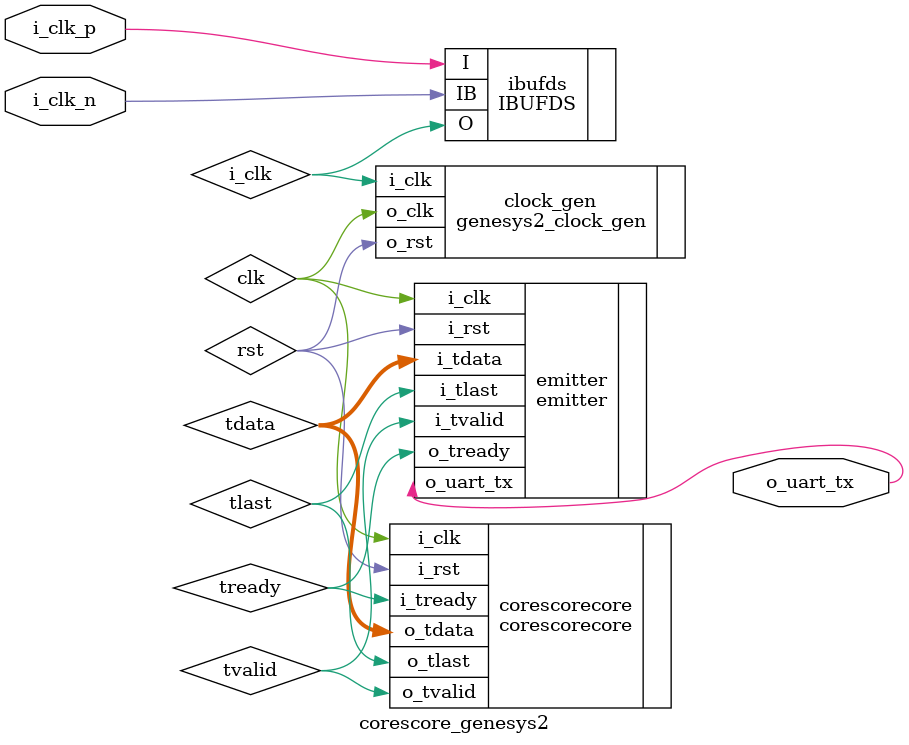
<source format=v>
`default_nettype none
module corescore_genesys2
(
 input wire  i_clk_p,
 input wire  i_clk_n,
 output wire o_uart_tx);

   wire      i_clk;
   wire      clk;
   wire      rst;

   IBUFDS ibufds
     (.I  (i_clk_p),
      .IB (i_clk_n),
      .O  (i_clk));

   genesys2_clock_gen
   clock_gen
     (.i_clk (i_clk),
      .o_clk (clk),
      .o_rst (rst));

   parameter memfile_emitter = "emitter.hex";

   wire [7:0]  tdata;
   wire        tlast;
   wire        tvalid;
   wire        tready;

   corescorecore corescorecore
     (.i_clk     (clk),
      .i_rst     (rst),
      .o_tdata   (tdata),
      .o_tlast   (tlast),
      .o_tvalid  (tvalid),
      .i_tready  (tready));

   emitter #(.memfile (memfile_emitter)) emitter
     (.i_clk     (clk),
      .i_rst     (rst),
      .i_tdata   (tdata),
      .i_tlast   (tlast),
      .i_tvalid  (tvalid),
      .o_tready  (tready),
      .o_uart_tx (o_uart_tx));

endmodule

</source>
